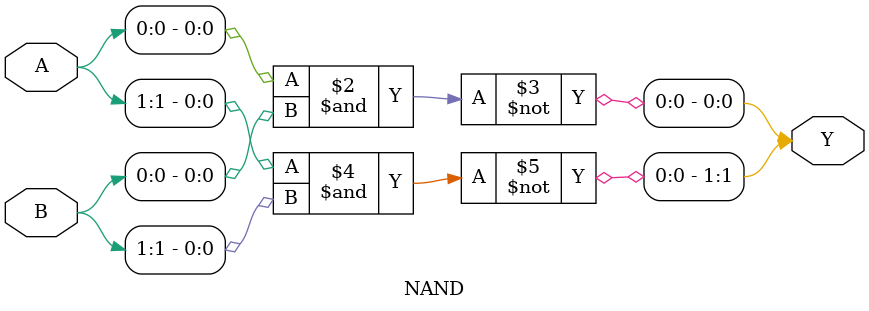
<source format=v>
module NAND(
	input [1:0] A, B,
	output reg [1:0] Y
);

always @*
begin
    Y[0] = ~(A[0] & B[0]);
    Y[1] = ~(A[1] & B[1]);
end

endmodule
</source>
